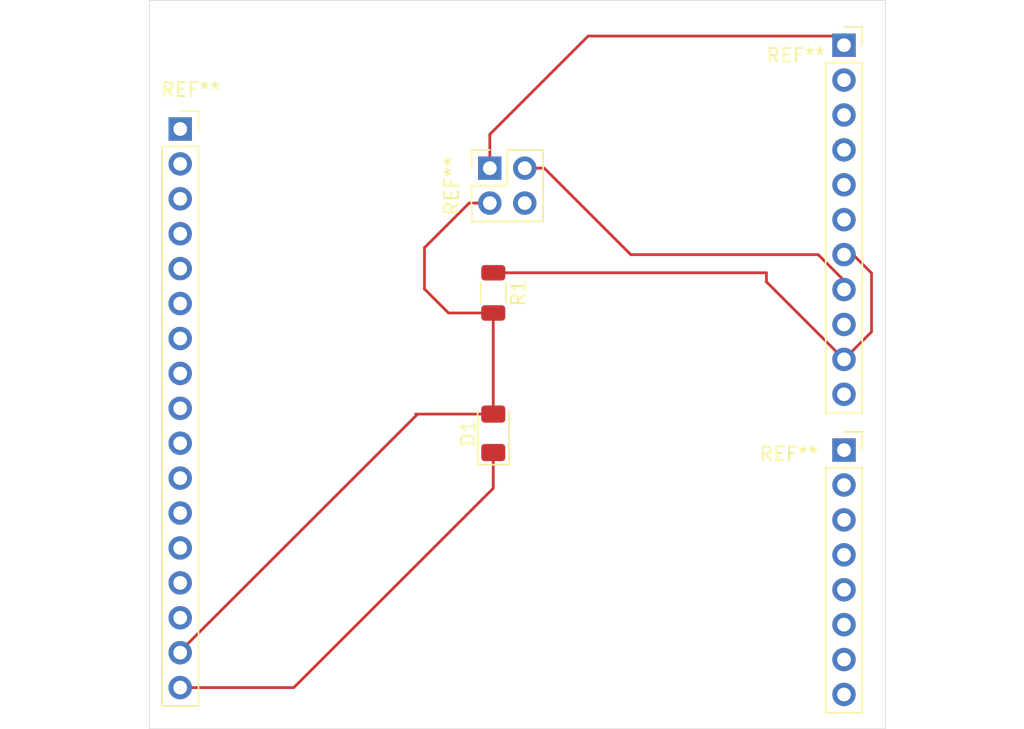
<source format=kicad_pcb>
(kicad_pcb (version 20240108) (generator "pcbnew") (generator_version "8.0")
  (layers (0 "F.Cu" signal) (31 "B.Cu" signal) (34 "B.Paste" user) (35 "F.Paste" user) (36 "B.SilkS" user "B.Silkscreen") (37 "F.SilkS" user "F.Silkscreen") (38 "B.Mask" user) (39 "F.Mask" user) (44 "Edge.Cuts" user))
  (net 0 "")
  (net 1 "ADC")
  (net 2 "GND")
  (net 3 "INPUT")
  (net 4 "DAC_OUT")
  (net 5 "OPAMP_IN")
  (footprint "Diode_SMD:D_1206_3216Metric" (layer "F.Cu") (at 127.5 81.5 90)
    (property "Reference" "D1" (at 0 -1.82 90) (layer "F.SilkS"))
    (property "Value" "D")
    (fp_line (start 1.6 -1.135) (end -2.285 -1.135) (stroke (width 0.12)) (layer "F.SilkS"))
    (fp_line (start -2.285 -1.135) (end -2.285 1.135) (stroke (width 0.12)) (layer "F.SilkS"))
    (fp_line (start -2.285 1.135) (end 1.6 1.135) (stroke (width 0.12)) (layer "F.SilkS"))
    (pad "1" smd roundrect (at -1.4 0 90) (size 1.25 1.75) (layers "F.Cu" "F.Paste" "F.Mask") (roundrect_rratio 0.2) (net 2 "GND"))
    (pad "2" smd roundrect (at 1.4 0 90) (size 1.25 1.75) (layers "F.Cu" "F.Paste" "F.Mask") (roundrect_rratio 0.2) (net 1 "ADC"))
  )
  (footprint "Connector_PinSocket_2.54mm:PinSocket_1x08_P2.54mm_Vertical" (layer "F.Cu") (at 153 82.72)
    (property "Reference" "REF**" (at -4 0.28 0) (layer "F.SilkS"))
    (property "Value" "PinSocket_1x08_P2.54mm_Vertical" (hide yes))
    (fp_line (start -1.33 1.27) (end -1.33 19.11) (stroke (width 0.12)) (layer "F.SilkS"))
    (fp_line (start -1.33 1.27) (end 1.33 1.27) (stroke (width 0.12)) (layer "F.SilkS"))
    (fp_line (start -1.33 19.11) (end 1.33 19.11) (stroke (width 0.12)) (layer "F.SilkS"))
    (fp_line (start 0 -1.33) (end 1.33 -1.33) (stroke (width 0.12)) (layer "F.SilkS"))
    (fp_line (start 1.33 -1.33) (end 1.33 0) (stroke (width 0.12)) (layer "F.SilkS"))
    (fp_line (start 1.33 1.27) (end 1.33 19.11) (stroke (width 0.12)) (layer "F.SilkS"))
    (pad "1" thru_hole rect (at 0 0) (size 1.7 1.7) (drill 1) (layers "*.Cu" "*.Mask"))
    (pad "2" thru_hole oval (at 0 2.54) (size 1.7 1.7) (drill 1) (layers "*.Cu" "*.Mask"))
    (pad "3" thru_hole oval (at 0 5.08) (size 1.7 1.7) (drill 1) (layers "*.Cu" "*.Mask"))
    (pad "4" thru_hole oval (at 0 7.62) (size 1.7 1.7) (drill 1) (layers "*.Cu" "*.Mask"))
    (pad "5" thru_hole oval (at 0 10.16) (size 1.7 1.7) (drill 1) (layers "*.Cu" "*.Mask"))
    (pad "6" thru_hole oval (at 0 12.7) (size 1.7 1.7) (drill 1) (layers "*.Cu" "*.Mask"))
    (pad "7" thru_hole oval (at 0 15.24) (size 1.7 1.7) (drill 1) (layers "*.Cu" "*.Mask"))
    (pad "8" thru_hole oval (at 0 17.78) (size 1.7 1.7) (drill 1) (layers "*.Cu" "*.Mask"))
  )
  (footprint "Resistor_SMD:R_1206_3216Metric" (layer "F.Cu") (at 127.5 71.2825 -90)
    (property "Reference" "R1" (at 0 -1.82 90) (layer "F.SilkS"))
    (property "Value" "100")
    (fp_line (start -0.727064 0.91) (end 0.727064 0.91) (stroke (width 0.12)) (layer "F.SilkS"))
    (fp_line (start -0.727064 -0.91) (end 0.727064 -0.91) (stroke (width 0.12)) (layer "F.SilkS"))
    (pad "1" smd roundrect (at -1.4625 0 270) (size 1.125 1.75) (layers "F.Cu" "F.Paste" "F.Mask") (roundrect_rratio 0.222222) (net 3 "INPUT"))
    (pad "2" smd roundrect (at 1.4625 0 270) (size 1.125 1.75) (layers "F.Cu" "F.Paste" "F.Mask") (roundrect_rratio 0.222222) (net 1 "ADC"))
  )
  (footprint "Connector_PinSocket_2.54mm:PinSocket_2x02_P2.54mm_Vertical" (layer "F.Cu") (at 127.25 62.21 90)
    (property "Reference" "REF**" (at -1.27 -2.77 90) (layer "F.SilkS"))
    (property "Value" "PinSocket_2x02_P2.54mm_Vertical" (hide yes))
    (fp_line (start 1.33 -1.33) (end 1.33 0) (stroke (width 0.12)) (layer "F.SilkS"))
    (fp_line (start 0 -1.33) (end 1.33 -1.33) (stroke (width 0.12)) (layer "F.SilkS"))
    (fp_line (start -1.27 -1.33) (end -1.27 1.27) (stroke (width 0.12)) (layer "F.SilkS"))
    (fp_line (start -3.87 -1.33) (end -1.27 -1.33) (stroke (width 0.12)) (layer "F.SilkS"))
    (fp_line (start -3.87 -1.33) (end -3.87 3.87) (stroke (width 0.12)) (layer "F.SilkS"))
    (fp_line (start 1.33 1.27) (end 1.33 3.87) (stroke (width 0.12)) (layer "F.SilkS"))
    (fp_line (start -1.27 1.27) (end 1.33 1.27) (stroke (width 0.12)) (layer "F.SilkS"))
    (fp_line (start -3.87 3.87) (end 1.33 3.87) (stroke (width 0.12)) (layer "F.SilkS"))
    (pad "1" thru_hole rect (at 0 0 90) (size 1.7 1.7) (drill 1) (layers "*.Cu" "*.Mask") (net 4 "DAC_OUT"))
    (pad "2" thru_hole oval (at -2.54 0 90) (size 1.7 1.7) (drill 1) (layers "*.Cu" "*.Mask") (net 1 "ADC"))
    (pad "3" thru_hole oval (at 0 2.54 90) (size 1.7 1.7) (drill 1) (layers "*.Cu" "*.Mask") (net 5 "OPAMP_IN"))
    (pad "4" thru_hole oval (at -2.54 2.54 90) (size 1.7 1.7) (drill 1) (layers "*.Cu" "*.Mask"))
  )
  (footprint "Connector_PinSocket_2.54mm:PinSocket_1x11_P2.54mm_Vertical" (layer "F.Cu") (at 153 53.26)
    (property "Reference" "REF**" (at -3.5 0.74 0) (layer "F.SilkS"))
    (property "Value" "PinSocket_1x11_P2.54mm_Vertical")
    (fp_line (start -1.33 1.27) (end -1.33 26.73) (stroke (width 0.12)) (layer "F.SilkS"))
    (fp_line (start -1.33 1.27) (end 1.33 1.27) (stroke (width 0.12)) (layer "F.SilkS"))
    (fp_line (start -1.33 26.73) (end 1.33 26.73) (stroke (width 0.12)) (layer "F.SilkS"))
    (fp_line (start 0 -1.33) (end 1.33 -1.33) (stroke (width 0.12)) (layer "F.SilkS"))
    (fp_line (start 1.33 -1.33) (end 1.33 0) (stroke (width 0.12)) (layer "F.SilkS"))
    (fp_line (start 1.33 1.27) (end 1.33 26.73) (stroke (width 0.12)) (layer "F.SilkS"))
    (pad "1" thru_hole rect (at 0 0) (size 1.7 1.7) (drill 1) (layers "*.Cu" "*.Mask") (net 4 "DAC_OUT"))
    (pad "2" thru_hole oval (at 0 2.54) (size 1.7 1.7) (drill 1) (layers "*.Cu" "*.Mask"))
    (pad "3" thru_hole oval (at 0 5.08) (size 1.7 1.7) (drill 1) (layers "*.Cu" "*.Mask"))
    (pad "4" thru_hole oval (at 0 7.62) (size 1.7 1.7) (drill 1) (layers "*.Cu" "*.Mask"))
    (pad "5" thru_hole oval (at 0 10.16) (size 1.7 1.7) (drill 1) (layers "*.Cu" "*.Mask"))
    (pad "6" thru_hole oval (at 0 12.7) (size 1.7 1.7) (drill 1) (layers "*.Cu" "*.Mask"))
    (pad "7" thru_hole oval (at 0 15.24) (size 1.7 1.7) (drill 1) (layers "*.Cu" "*.Mask") (net 3 "INPUT"))
    (pad "8" thru_hole oval (at 0 17.78) (size 1.7 1.7) (drill 1) (layers "*.Cu" "*.Mask") (net 5 "OPAMP_IN"))
    (pad "9" thru_hole oval (at 0 20.32) (size 1.7 1.7) (drill 1) (layers "*.Cu" "*.Mask"))
    (pad "10" thru_hole oval (at 0 22.86) (size 1.7 1.7) (drill 1) (layers "*.Cu" "*.Mask") (net 3 "INPUT"))
    (pad "11" thru_hole oval (at 0 25.4) (size 1.7 1.7) (drill 1) (layers "*.Cu" "*.Mask"))
  )
  (footprint "Connector_PinSocket_2.54mm:PinSocket_1x17_P2.54mm_Vertical" (layer "F.Cu") (at 104.74 59.36)
    (property "Reference" "REF**" (at 0.76 -2.86 0) (layer "F.SilkS"))
    (property "Value" "PinSocket_1x17_P2.54mm_Vertical")
    (fp_line (start -1.33 1.27) (end -1.33 41.97) (stroke (width 0.12)) (layer "F.SilkS"))
    (fp_line (start -1.33 1.27) (end 1.33 1.27) (stroke (width 0.12)) (layer "F.SilkS"))
    (fp_line (start -1.33 41.97) (end 1.33 41.97) (stroke (width 0.12)) (layer "F.SilkS"))
    (fp_line (start 0 -1.33) (end 1.33 -1.33) (stroke (width 0.12)) (layer "F.SilkS"))
    (fp_line (start 1.33 -1.33) (end 1.33 0) (stroke (width 0.12)) (layer "F.SilkS"))
    (fp_line (start 1.33 1.27) (end 1.33 41.97) (stroke (width 0.12)) (layer "F.SilkS"))
    (pad "1" thru_hole rect (at 0 0) (size 1.7 1.7) (drill 1) (layers "*.Cu" "*.Mask"))
    (pad "2" thru_hole oval (at 0 2.54) (size 1.7 1.7) (drill 1) (layers "*.Cu" "*.Mask"))
    (pad "3" thru_hole oval (at 0 5.08) (size 1.7 1.7) (drill 1) (layers "*.Cu" "*.Mask"))
    (pad "4" thru_hole oval (at 0 7.62) (size 1.7 1.7) (drill 1) (layers "*.Cu" "*.Mask"))
    (pad "5" thru_hole oval (at 0 10.16) (size 1.7 1.7) (drill 1) (layers "*.Cu" "*.Mask"))
    (pad "6" thru_hole oval (at 0 12.7) (size 1.7 1.7) (drill 1) (layers "*.Cu" "*.Mask"))
    (pad "7" thru_hole oval (at 0 15.24) (size 1.7 1.7) (drill 1) (layers "*.Cu" "*.Mask"))
    (pad "8" thru_hole oval (at 0 17.78) (size 1.7 1.7) (drill 1) (layers "*.Cu" "*.Mask"))
    (pad "9" thru_hole oval (at 0 20.32) (size 1.7 1.7) (drill 1) (layers "*.Cu" "*.Mask"))
    (pad "10" thru_hole oval (at 0 22.86) (size 1.7 1.7) (drill 1) (layers "*.Cu" "*.Mask"))
    (pad "11" thru_hole oval (at 0 25.4) (size 1.7 1.7) (drill 1) (layers "*.Cu" "*.Mask"))
    (pad "12" thru_hole oval (at 0 27.94) (size 1.7 1.7) (drill 1) (layers "*.Cu" "*.Mask"))
    (pad "13" thru_hole oval (at 0 30.48) (size 1.7 1.7) (drill 1) (layers "*.Cu" "*.Mask"))
    (pad "14" thru_hole oval (at 0 33.02) (size 1.7 1.7) (drill 1) (layers "*.Cu" "*.Mask"))
    (pad "15" thru_hole oval (at 0 35.56) (size 1.7 1.7) (drill 1) (layers "*.Cu" "*.Mask"))
    (pad "16" thru_hole oval (at 0 38.1) (size 1.7 1.7) (drill 1) (layers "*.Cu" "*.Mask") (net 1 "ADC"))
    (pad "17" thru_hole oval (at 0 40.64) (size 1.7 1.7) (drill 1) (layers "*.Cu" "*.Mask") (net 2 "GND"))
  )
  (gr_rect (start 102.5 50) (end 156 103) (stroke (width 0.05)) (fill none) (layer "Edge.Cuts"))
  (segment (start 104.74 97.36) (end 104.74 97.46) (width 0.2) (layer "F.Cu") (net 1))
  (segment (start 122.5 71) (end 122.5 68) (width 0.2) (layer "F.Cu") (net 1))
  (segment (start 125.75 64.75) (end 127.25 64.75) (width 0.2) (layer "F.Cu") (net 1))
  (segment (start 122 80.1) (end 121.86 80.1) (width 0.2) (layer "F.Cu") (net 1))
  (segment (start 124.245 72.745) (end 122.5 71) (width 0.2) (layer "F.Cu") (net 1))
  (segment (start 122 80.1) (end 104.74 97.36) (width 0.2) (layer "F.Cu") (net 1))
  (segment (start 127.4625 72.745) (end 127.5 72.7825) (width 0.2) (layer "F.Cu") (net 1))
  (segment (start 127.5 72.745) (end 127.5 80.1) (width 0.2) (layer "F.Cu") (net 1))
  (segment (start 127.5 72.745) (end 124.245 72.745) (width 0.2) (layer "F.Cu") (net 1))
  (segment (start 127.5 80.1) (end 122 80.1) (width 0.2) (layer "F.Cu") (net 1))
  (segment (start 122.5 68) (end 125.75 64.75) (width 0.2) (layer "F.Cu") (net 1))
  (segment (start 113 100) (end 104.74 100) (width 0.2) (layer "F.Cu") (net 2))
  (segment (start 127.5 82.9) (end 127.5 85.5) (width 0.2) (layer "F.Cu") (net 2))
  (segment (start 127.5 85.5) (end 113 100) (width 0.2) (layer "F.Cu") (net 2))
  (segment (start 147.36 70.48) (end 153 76.12) (width 0.2) (layer "F.Cu") (net 3))
  (segment (start 147.36 69.82) (end 147.36 70.48) (width 0.2) (layer "F.Cu") (net 3))
  (segment (start 155 74.12) (end 153 76.12) (width 0.2) (layer "F.Cu") (net 3))
  (segment (start 155 69.84) (end 155 74.12) (width 0.2) (layer "F.Cu") (net 3))
  (segment (start 153 67.84) (end 155 69.84) (width 0.2) (layer "F.Cu") (net 3))
  (segment (start 127.5 69.82) (end 147.36 69.82) (width 0.2) (layer "F.Cu") (net 3))
  (segment (start 127.25 59.75) (end 134.4 52.6) (width 0.2) (layer "F.Cu") (net 4))
  (segment (start 134.4 52.6) (end 153 52.6) (width 0.2) (layer "F.Cu") (net 4))
  (segment (start 127.25 62.21) (end 127.25 59.75) (width 0.2) (layer "F.Cu") (net 4))
  (segment (start 129.79 62.21) (end 131.21 62.21) (width 0.2) (layer "F.Cu") (net 5))
  (segment (start 151.12 68.5) (end 153 70.38) (width 0.2) (layer "F.Cu") (net 5))
  (segment (start 131.21 62.21) (end 137.5 68.5) (width 0.2) (layer "F.Cu") (net 5))
  (segment (start 137.5 68.5) (end 151.12 68.5) (width 0.2) (layer "F.Cu") (net 5))
)
</source>
